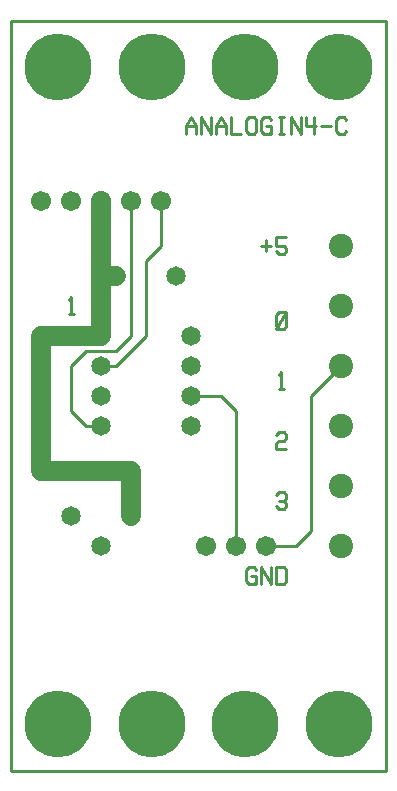
<source format=gtl>
%MOIN*%
%FSLAX25Y25*%
G04 D10 used for Character Trace; *
G04     Circle (OD=.01000) (No hole)*
G04 D11 used for Power Trace; *
G04     Circle (OD=.06700) (No hole)*
G04 D12 used for Signal Trace; *
G04     Circle (OD=.01100) (No hole)*
G04 D13 used for Via; *
G04     Circle (OD=.05800) (Round. Hole ID=.02800)*
G04 D14 used for Component hole; *
G04     Circle (OD=.06500) (Round. Hole ID=.03500)*
G04 D15 used for Component hole; *
G04     Circle (OD=.06700) (Round. Hole ID=.04300)*
G04 D16 used for Component hole; *
G04     Circle (OD=.08100) (Round. Hole ID=.05100)*
G04 D17 used for Component hole; *
G04     Circle (OD=.08900) (Round. Hole ID=.05900)*
G04 D18 used for Component hole; *
G04     Circle (OD=.11300) (Round. Hole ID=.08300)*
G04 D19 used for Component hole; *
G04     Circle (OD=.16000) (Round. Hole ID=.13000)*
G04 D20 used for Component hole; *
G04     Circle (OD=.18300) (Round. Hole ID=.15300)*
G04 D21 used for Component hole; *
G04     Circle (OD=.22291) (Round. Hole ID=.19291)*
%ADD10C,.01000*%
%ADD11C,.06700*%
%ADD12C,.01100*%
%ADD13C,.05800*%
%ADD14C,.06500*%
%ADD15C,.06700*%
%ADD16C,.08100*%
%ADD17C,.08900*%
%ADD18C,.11300*%
%ADD19C,.16000*%
%ADD20C,.18300*%
%ADD21C,.22291*%
%IPPOS*%
%LPD*%
G90*X0Y0D02*D21*X15625Y15625D03*X46875D03*D15*    
X75000Y75000D03*D12*Y120000D01*X70000Y125000D01*  
X60000D01*D14*D03*Y135000D03*Y115000D03*D12*      
X35000Y140000D02*X40000Y145000D01*                
X25000Y140000D02*X35000D01*X20000Y135000D02*      
X25000Y140000D01*X20000Y120000D02*Y135000D01*     
X25000Y115000D02*X20000Y120000D01*                
X25000Y115000D02*X30000D01*D14*D03*Y125000D03*D11*
X40000Y85000D02*Y100000D01*D14*Y85000D03*         
X30000Y75000D03*D11*X10000Y100000D02*X40000D01*   
X10000D02*Y145000D01*X30000D01*D14*D03*D11*       
Y165000D01*X35000D01*D14*D03*D11*X30000D02*       
Y190000D01*D15*D03*X40000D03*D12*Y145000D01*      
X35000Y135000D02*X45000Y145000D01*                
X30000Y135000D02*X35000D01*D14*X30000D03*D12*     
X45000Y145000D02*Y170000D01*X50000Y175000D01*     
Y190000D01*D15*D03*D10*X58326Y212129D02*          
Y215000D01*X60000Y217871D01*X61674Y215000D01*     
Y212129D01*X58326Y215000D02*X61674D01*            
X63326Y212129D02*Y217871D01*X66674Y212129D01*     
Y217871D01*X68326Y212129D02*Y215000D01*           
X70000Y217871D01*X71674Y215000D01*Y212129D01*     
X68326Y215000D02*X71674D01*X73326Y217871D02*      
Y212129D01*X76674D01*X81674Y213086D02*            
X80837Y212129D01*X79163D01*X78326Y213086D01*      
Y216914D01*X79163Y217871D01*X80837D01*            
X81674Y216914D01*Y213086D01*X86674D02*            
X85837Y212129D01*X84163D01*X83326Y213086D01*      
Y216914D01*X84163Y217871D01*X85837D01*            
X86674Y216914D01*X85000Y215000D02*X86674D01*      
Y212129D01*X90000D02*Y217871D01*X89163Y212129D02* 
X90837D01*X89163Y217871D02*X90837D01*             
X93326Y212129D02*Y217871D01*X96674Y212129D01*     
Y217871D01*X100837D02*Y212129D01*X98326Y217871D02*
Y215000D01*X101674D01*X103326D02*X106674D01*      
X111674Y213086D02*X110837Y212129D01*X109163D01*   
X108326Y213086D01*Y216914D01*X109163Y217871D01*   
X110837D01*X111674Y216914D01*D14*X55000Y165000D03*
D15*X20000Y190000D03*D10*X19163Y156914D02*        
X20000Y157871D01*Y152129D01*X19163D02*X20837D01*  
X83326Y175000D02*X86674D01*X85000Y176914D02*      
Y173086D01*X91674Y177871D02*X88326D01*Y175000D01* 
X90837D01*X91674Y174043D01*Y173086D01*            
X90837Y172129D01*X89163D01*X88326Y173086D01*      
X91674Y148086D02*X90837Y147129D01*X89163D01*      
X88326Y148086D01*Y151914D01*X89163Y152871D01*     
X90837D01*X91674Y151914D01*Y148086D01*            
X88326Y147129D02*X91674Y152871D01*D15*            
X10000Y190000D03*D21*X78125Y234375D03*X46875D03*  
D14*X60000Y145000D03*D21*X15625Y234375D03*D16*    
X110000Y135000D03*D12*X100000Y125000D01*Y80000D01*
X95000Y75000D01*X85000D01*D15*D03*D10*            
X81674Y63086D02*X80837Y62129D01*X79163D01*        
X78326Y63086D01*Y66914D01*X79163Y67871D01*        
X80837D01*X81674Y66914D01*X80000Y65000D02*        
X81674D01*Y62129D01*X83326D02*Y67871D01*          
X86674Y62129D01*Y67871D01*X88326Y62129D02*        
Y67871D01*X90837D01*X91674Y66914D01*Y63086D01*    
X90837Y62129D01*X88326D01*Y91914D02*              
X89163Y92871D01*X90837D01*X91674Y91914D01*        
Y90957D01*X90837Y90000D01*X89163D01*X90837D02*    
X91674Y89043D01*Y88086D01*X90837Y87129D01*        
X89163D01*X88326Y88086D01*D15*X65000Y75000D03*D16*
X110000D03*Y95000D03*D10*X88326Y111914D02*        
X89163Y112871D01*X90837D01*X91674Y111914D01*      
Y110957D01*X90837Y110000D01*X89163D01*            
X88326Y109043D01*Y107129D01*X91674D01*D16*        
X110000Y115000D03*D10*X89163Y131914D02*           
X90000Y132871D01*Y127129D01*X89163D02*X90837D01*  
D21*X78125Y15625D03*X109375D03*D14*               
X20000Y85000D03*D12*X0Y0D02*X125000D01*X0D02*     
Y250000D01*X125000D01*Y0D01*D16*X110000Y155000D03*
Y175000D03*D21*X109375Y234375D03*M02*             

</source>
